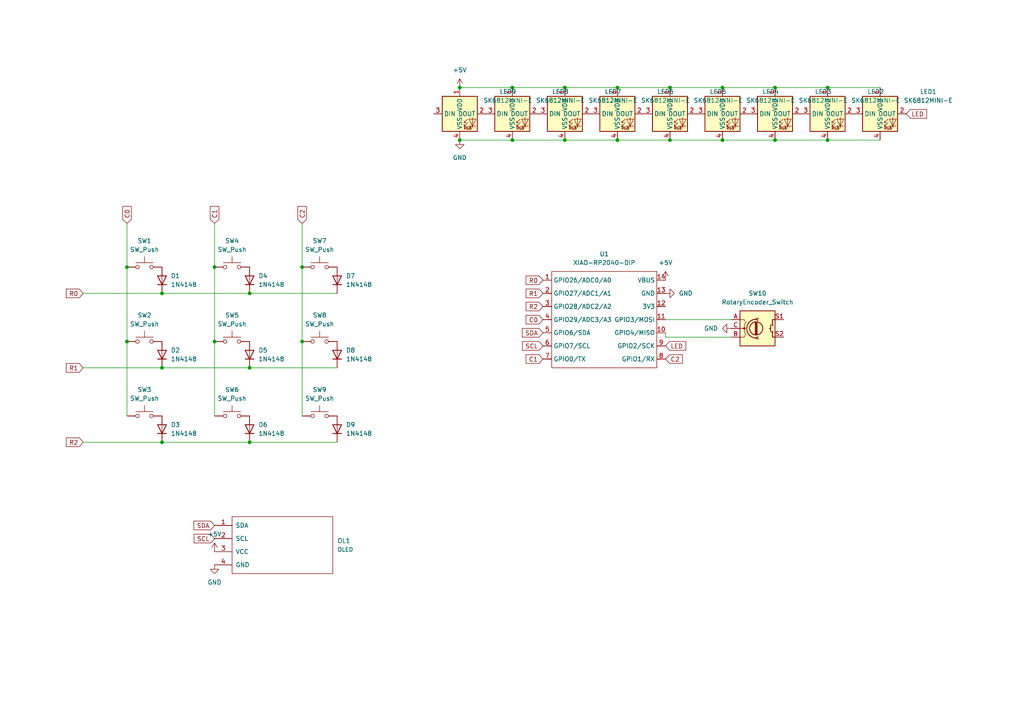
<source format=kicad_sch>
(kicad_sch (version 20250114) (generator "eeschema") (generator_version "9.0")
  (paper "A4")
  (lib_symbols
    (symbol "Device:RotaryEncoder_Switch" (pin_names (offset 0.254) (hide yes))
      (property "Reference" "SW" (at 0 6.604 0))
      (property "Value" "RotaryEncoder_Switch" (at 0 -6.604 0))
      (symbol "RotaryEncoder_Switch_0_1"
        (rectangle (start -5.08 5.08) (end 5.08 -5.08) (stroke (width 0.254)) (fill (type background)))
        (polyline (pts (xy -5.08 2.54) (xy -3.81 2.54) (xy -3.81 2.032)))
        (polyline (pts (xy -5.08 0) (xy -3.81 0) (xy -3.81 -1.016) (xy -3.302 -2.032)))
        (polyline (pts (xy -5.08 -2.54) (xy -3.81 -2.54) (xy -3.81 -2.032)))
        (polyline (pts (xy -4.318 0) (xy -3.81 0) (xy -3.81 1.016) (xy -3.302 2.032)))
        (circle (center -3.81 0) (radius 0.254) (fill (type outline)))
        (polyline (pts (xy -0.635 -1.778) (xy -0.635 1.778)) (stroke (width 0.254)))
        (circle (center -0.381 0) (radius 1.905) (stroke (width 0.254)))
        (polyline (pts (xy -0.381 -1.778) (xy -0.381 1.778)) (stroke (width 0.254)))
        (arc (start -0.381 -2.794) (mid -3.0988 -0.0635) (end -0.381 2.667) (stroke (width 0.254)))
        (polyline (pts (xy -0.127 1.778) (xy -0.127 -1.778)) (stroke (width 0.254)))
        (polyline (pts (xy 0.254 2.921) (xy -0.508 2.667) (xy 0.127 2.286)) (stroke (width 0.254)))
        (polyline (pts (xy 0.254 -3.048) (xy -0.508 -2.794) (xy 0.127 -2.413)) (stroke (width 0.254)))
        (polyline (pts (xy 3.81 1.016) (xy 3.81 -1.016)) (stroke (width 0.254)))
        (polyline (pts (xy 3.81 0) (xy 3.429 0)) (stroke (width 0.254)))
        (circle (center 4.318 1.016) (radius 0.127) (stroke (width 0.254)))
        (circle (center 4.318 -1.016) (radius 0.127) (stroke (width 0.254)))
        (polyline (pts (xy 5.08 2.54) (xy 4.318 2.54) (xy 4.318 1.016)) (stroke (width 0.254)))
        (polyline (pts (xy 5.08 -2.54) (xy 4.318 -2.54) (xy 4.318 -1.016)) (stroke (width 0.254)))
      )
      (symbol "RotaryEncoder_Switch_1_1"
        (pin passive line (at -7.62 2.54 0) (length 2.54) (name "A") (number "A"))
        (pin passive line (at -7.62 0 0) (length 2.54) (name "C") (number "C"))
        (pin passive line (at -7.62 -2.54 0) (length 2.54) (name "B") (number "B"))
        (pin passive line (at 7.62 2.54 180) (length 2.54) (name "S1") (number "S1"))
        (pin passive line (at 7.62 -2.54 180) (length 2.54) (name "S2") (number "S2"))
      )
    )
    (symbol "Diode:1N4148" (pin_numbers (hide yes)) (pin_names (hide yes))
      (property "Reference" "D" (at 0 2.54 0))
      (property "Value" "1N4148" (at 0 -2.54 0))
      (symbol "1N4148_0_1"
        (polyline (pts (xy -1.27 1.27) (xy -1.27 -1.27)) (stroke (width 0.254)))
        (polyline (pts (xy 1.27 1.27) (xy 1.27 -1.27) (xy -1.27 0) (xy 1.27 1.27)) (stroke (width 0.254)))
        (polyline (pts (xy 1.27 0) (xy -1.27 0)))
      )
      (symbol "1N4148_1_1"
        (pin passive line (at -3.81 0 0) (length 2.54) (name "K") (number "1"))
        (pin passive line (at 3.81 0 180) (length 2.54) (name "A") (number "2"))
      )
    )
    (symbol "OPL_Kicad:XIAO-RP2040-DIP"
      (property "Reference" "U" (at 0 0 0))
      (property "Value" "XIAO-RP2040-DIP" (at 5.334 -1.778 0))
      (symbol "XIAO-RP2040-DIP_1_0"
        (polyline (pts (xy -1.27 -2.54) (xy 29.21 -2.54)) (stroke (width 0.1524)))
        (polyline (pts (xy -1.27 -5.08) (xy -2.54 -5.08)) (stroke (width 0.1524)))
        (polyline (pts (xy -1.27 -5.08) (xy -1.27 -2.54)) (stroke (width 0.1524)))
        (polyline (pts (xy -1.27 -8.89) (xy -2.54 -8.89)) (stroke (width 0.1524)))
        (polyline (pts (xy -1.27 -8.89) (xy -1.27 -5.08)) (stroke (width 0.1524)))
        (polyline (pts (xy -1.27 -12.7) (xy -2.54 -12.7)) (stroke (width 0.1524)))
        (polyline (pts (xy -1.27 -12.7) (xy -1.27 -8.89)) (stroke (width 0.1524)))
        (polyline (pts (xy -1.27 -16.51) (xy -2.54 -16.51)) (stroke (width 0.1524)))
        (polyline (pts (xy -1.27 -16.51) (xy -1.27 -12.7)) (stroke (width 0.1524)))
        (polyline (pts (xy -1.27 -20.32) (xy -2.54 -20.32)) (stroke (width 0.1524)))
        (polyline (pts (xy -1.27 -24.13) (xy -2.54 -24.13)) (stroke (width 0.1524)))
        (polyline (pts (xy -1.27 -27.94) (xy -2.54 -27.94)) (stroke (width 0.1524)))
        (polyline (pts (xy -1.27 -30.48) (xy -1.27 -16.51)) (stroke (width 0.1524)))
        (polyline (pts (xy 29.21 -2.54) (xy 29.21 -5.08)) (stroke (width 0.1524)))
        (polyline (pts (xy 29.21 -5.08) (xy 29.21 -8.89)) (stroke (width 0.1524)))
        (polyline (pts (xy 29.21 -8.89) (xy 29.21 -12.7)) (stroke (width 0.1524)))
        (polyline (pts (xy 29.21 -12.7) (xy 29.21 -30.48)) (stroke (width 0.1524)))
        (polyline (pts (xy 29.21 -30.48) (xy -1.27 -30.48)) (stroke (width 0.1524)))
        (polyline (pts (xy 30.48 -5.08) (xy 29.21 -5.08)) (stroke (width 0.1524)))
        (polyline (pts (xy 30.48 -8.89) (xy 29.21 -8.89)) (stroke (width 0.1524)))
        (polyline (pts (xy 30.48 -12.7) (xy 29.21 -12.7)) (stroke (width 0.1524)))
        (polyline (pts (xy 30.48 -16.51) (xy 29.21 -16.51)) (stroke (width 0.1524)))
        (polyline (pts (xy 30.48 -20.32) (xy 29.21 -20.32)) (stroke (width 0.1524)))
        (polyline (pts (xy 30.48 -24.13) (xy 29.21 -24.13)) (stroke (width 0.1524)))
        (polyline (pts (xy 30.48 -27.94) (xy 29.21 -27.94)) (stroke (width 0.1524)))
        (pin passive line (at -3.81 -5.08 0) (length 2.54) (name "GPIO26/ADC0/A0") (number "1"))
        (pin passive line (at -3.81 -8.89 0) (length 2.54) (name "GPIO27/ADC1/A1") (number "2"))
        (pin passive line (at -3.81 -12.7 0) (length 2.54) (name "GPIO28/ADC2/A2") (number "3"))
        (pin passive line (at -3.81 -16.51 0) (length 2.54) (name "GPIO29/ADC3/A3") (number "4"))
        (pin passive line (at -3.81 -20.32 0) (length 2.54) (name "GPIO6/SDA") (number "5"))
        (pin passive line (at -3.81 -24.13 0) (length 2.54) (name "GPIO7/SCL") (number "6"))
        (pin passive line (at -3.81 -27.94 0) (length 2.54) (name "GPIO0/TX") (number "7"))
        (pin passive line (at 31.75 -5.08 180) (length 2.54) (name "VBUS") (number "14"))
        (pin passive line (at 31.75 -8.89 180) (length 2.54) (name "GND") (number "13"))
        (pin passive line (at 31.75 -12.7 180) (length 2.54) (name "3V3") (number "12"))
        (pin passive line (at 31.75 -16.51 180) (length 2.54) (name "GPIO3/MOSI") (number "11"))
        (pin passive line (at 31.75 -20.32 180) (length 2.54) (name "GPIO4/MISO") (number "10"))
        (pin passive line (at 31.75 -24.13 180) (length 2.54) (name "GPIO2/SCK") (number "9"))
        (pin passive line (at 31.75 -27.94 180) (length 2.54) (name "GPIO1/RX") (number "8"))
      )
    )
    (symbol "PCM_marbastlib-various:SK6812MINI-E"
      (property "Reference" "LED" (at 2.54 6.35 0))
      (property "Value" "SK6812MINI-E" (at 7.62 -6.35 0))
      (symbol "SK6812MINI-E_0_0"
        (text "RGB" (at 2.286 -4.191 0) (effects (font (size 0.762 0.762))))
      )
      (symbol "SK6812MINI-E_0_1"
        (polyline (pts (xy 1.27 -2.54) (xy 1.778 -2.54)))
        (polyline (pts (xy 1.27 -3.556) (xy 1.778 -3.556)))
        (polyline (pts (xy 2.286 -1.524) (xy 1.27 -2.54) (xy 1.27 -2.032)))
        (polyline (pts (xy 2.286 -2.54) (xy 1.27 -3.556) (xy 1.27 -3.048)))
        (polyline (pts (xy 3.683 -1.016) (xy 3.683 -3.556) (xy 3.683 -4.064)))
        (polyline (pts (xy 4.699 -1.524) (xy 2.667 -1.524) (xy 3.683 -3.556) (xy 4.699 -1.524)))
        (polyline (pts (xy 4.699 -3.556) (xy 2.667 -3.556)))
        (rectangle (start 5.08 5.08) (end -5.08 -5.08) (stroke (width 0.254)) (fill (type background)))
      )
      (symbol "SK6812MINI-E_1_1"
        (pin input line (at -7.62 0 0) (length 2.54) (name "DIN") (number "3"))
        (pin power_in line (at 0 7.62 270) (length 2.54) (name "VDD") (number "1"))
        (pin power_in line (at 0 -7.62 90) (length 2.54) (name "VSS") (number "4"))
        (pin output line (at 7.62 0 180) (length 2.54) (name "DOUT") (number "2"))
      )
    )
    (symbol "Switch:SW_Push" (pin_numbers (hide yes)) (pin_names (offset 1.016) (hide yes))
      (property "Reference" "SW" (at 1.27 2.54 0))
      (property "Value" "SW_Push" (at 0 -1.524 0))
      (symbol "SW_Push_0_1"
        (circle (center -2.032 0) (radius 0.508))
        (polyline (pts (xy 0 1.27) (xy 0 3.048)))
        (circle (center 2.032 0) (radius 0.508))
        (polyline (pts (xy 2.54 1.27) (xy -2.54 1.27)))
        (pin passive line (at -5.08 0 0) (length 2.54) (name "1") (number "1"))
        (pin passive line (at 5.08 0 180) (length 2.54) (name "2") (number "2"))
      )
    )
    (symbol "power:+5V" (power) (pin_numbers (hide yes)) (pin_names (offset 0) (hide yes))
      (property "Value" "+5V" (at 0 3.556 0))
      (symbol "+5V_0_1"
        (polyline (pts (xy -0.762 1.27) (xy 0 2.54)))
        (polyline (pts (xy 0 2.54) (xy 0.762 1.27)))
        (polyline (pts (xy 0 0) (xy 0 2.54)))
      )
      (symbol "+5V_1_1"
        (pin power_in line (at 0 0 90) (length 0) (name "~") (number "1"))
      )
    )
    (symbol "power:GND" (power) (pin_numbers (hide yes)) (pin_names (offset 0) (hide yes))
      (property "Value" "GND" (at 0 -3.81 0))
      (symbol "GND_0_1"
        (polyline (pts (xy 0 0) (xy 0 -1.27) (xy 1.27 -1.27) (xy 0 -2.54) (xy -1.27 -1.27) (xy 0 -1.27)))
      )
      (symbol "GND_1_1"
        (pin power_in line (at 0 0 270) (length 0) (name "~") (number "1"))
      )
    )
    (symbol "qa:OLED" (pin_names (offset 1.016))
      (property "Reference" "OL" (at 0 2.54 0))
      (property "Value" "OLED" (at 0 -1.27 0))
      (symbol "OLED_0_1"
        (rectangle (start -13.97 8.89) (end 15.24 -7.62))
      )
      (symbol "OLED_1_1"
        (pin bidirectional line (at -19.05 6.35 0) (length 5.08) (name "SDA") (number "1"))
        (pin bidirectional line (at -19.05 2.54 0) (length 5.08) (name "SCL") (number "2"))
        (pin power_in line (at -19.05 -1.27 0) (length 5.08) (name "VCC") (number "3"))
        (pin power_in line (at -19.05 -5.08 0) (length 5.08) (name "GND") (number "4"))
      )
    )
  )
  (junction (at 72.39 106.68))
  (junction (at 163.83 40.64))
  (junction (at 87.63 99.06))
  (junction (at 194.31 40.64))
  (junction (at 46.99 106.68))
  (junction (at 240.03 40.64))
  (junction (at 46.99 85.09))
  (junction (at 194.31 25.4))
  (junction (at 72.39 128.27))
  (junction (at 87.63 77.47))
  (junction (at 62.23 99.06))
  (junction (at 209.55 25.4))
  (junction (at 179.07 25.4))
  (junction (at 148.59 25.4))
  (junction (at 36.83 99.06))
  (junction (at 133.35 25.4))
  (junction (at 46.99 128.27))
  (junction (at 133.35 40.64))
  (junction (at 62.23 77.47))
  (junction (at 36.83 77.47))
  (junction (at 163.83 25.4))
  (junction (at 240.03 25.4))
  (junction (at 179.07 40.64))
  (junction (at 209.55 40.64))
  (junction (at 224.79 40.64))
  (junction (at 224.79 25.4))
  (junction (at 148.59 40.64))
  (junction (at 72.39 85.09))
  (wire (pts (xy 193.04 97.79) (xy 193.04 96.52)))
  (wire (pts (xy 36.83 77.47) (xy 36.83 99.06)))
  (wire (pts (xy 193.04 92.71) (xy 212.09 92.71)))
  (wire (pts (xy 133.35 40.64) (xy 148.59 40.64)))
  (wire (pts (xy 163.83 40.64) (xy 179.07 40.64)))
  (wire (pts (xy 87.63 64.77) (xy 87.63 77.47)))
  (wire (pts (xy 24.13 106.68) (xy 46.99 106.68)))
  (wire (pts (xy 148.59 25.4) (xy 163.83 25.4)))
  (wire (pts (xy 148.59 40.64) (xy 163.83 40.64)))
  (wire (pts (xy 194.31 40.64) (xy 209.55 40.64)))
  (wire (pts (xy 72.39 128.27) (xy 97.79 128.27)))
  (wire (pts (xy 46.99 128.27) (xy 72.39 128.27)))
  (wire (pts (xy 240.03 40.64) (xy 255.27 40.64)))
  (wire (pts (xy 179.07 25.4) (xy 194.31 25.4)))
  (wire (pts (xy 209.55 40.64) (xy 224.79 40.64)))
  (wire (pts (xy 87.63 77.47) (xy 87.63 99.06)))
  (wire (pts (xy 194.31 25.4) (xy 209.55 25.4)))
  (wire (pts (xy 224.79 40.64) (xy 240.03 40.64)))
  (wire (pts (xy 163.83 25.4) (xy 179.07 25.4)))
  (wire (pts (xy 193.04 97.79) (xy 212.09 97.79)))
  (wire (pts (xy 62.23 99.06) (xy 62.23 120.65)))
  (wire (pts (xy 72.39 85.09) (xy 97.79 85.09)))
  (wire (pts (xy 87.63 99.06) (xy 87.63 120.65)))
  (wire (pts (xy 62.23 77.47) (xy 62.23 99.06)))
  (wire (pts (xy 24.13 128.27) (xy 46.99 128.27)))
  (wire (pts (xy 179.07 40.64) (xy 194.31 40.64)))
  (wire (pts (xy 62.23 64.77) (xy 62.23 77.47)))
  (wire (pts (xy 133.35 25.4) (xy 148.59 25.4)))
  (wire (pts (xy 240.03 25.4) (xy 255.27 25.4)))
  (wire (pts (xy 209.55 25.4) (xy 224.79 25.4)))
  (wire (pts (xy 36.83 64.77) (xy 36.83 77.47)))
  (wire (pts (xy 46.99 85.09) (xy 72.39 85.09)))
  (wire (pts (xy 224.79 25.4) (xy 240.03 25.4)))
  (wire (pts (xy 46.99 106.68) (xy 72.39 106.68)))
  (wire (pts (xy 24.13 85.09) (xy 46.99 85.09)))
  (wire (pts (xy 72.39 106.68) (xy 97.79 106.68)))
  (wire (pts (xy 36.83 99.06) (xy 36.83 120.65)))
  (global_label "C2" (shape input) (at 193.04 104.14 0) (property "Intersheetrefs" "${INTERSHEET_REFS}" (effects (hide yes))))
  (global_label "C1" (shape input) (at 157.48 104.14 180) (property "Intersheetrefs" "${INTERSHEET_REFS}" (effects (hide yes))))
  (global_label "C0" (shape input) (at 157.48 92.71 180) (property "Intersheetrefs" "${INTERSHEET_REFS}" (effects (hide yes))))
  (global_label "R2" (shape input) (at 157.48 88.9 180) (property "Intersheetrefs" "${INTERSHEET_REFS}" (effects (hide yes))))
  (global_label "R0" (shape input) (at 157.48 81.28 180) (property "Intersheetrefs" "${INTERSHEET_REFS}" (effects (hide yes))))
  (global_label "SCL" (shape input) (at 62.23 156.21 180) (property "Intersheetrefs" "${INTERSHEET_REFS}" (effects (hide yes))))
  (global_label "LED" (shape input) (at 193.04 100.33 0) (property "Intersheetrefs" "${INTERSHEET_REFS}" (effects (hide yes))))
  (global_label "LED" (shape input) (at 262.89 33.02 0) (property "Intersheetrefs" "${INTERSHEET_REFS}" (effects (hide yes))))
  (global_label "R2" (shape input) (at 24.13 128.27 180) (property "Intersheetrefs" "${INTERSHEET_REFS}" (effects (hide yes))))
  (global_label "C1" (shape input) (at 62.23 64.77 90) (property "Intersheetrefs" "${INTERSHEET_REFS}" (effects (hide yes))))
  (global_label "SDA" (shape input) (at 62.23 152.4 180) (property "Intersheetrefs" "${INTERSHEET_REFS}" (effects (hide yes))))
  (global_label "C0" (shape input) (at 36.83 64.77 90) (property "Intersheetrefs" "${INTERSHEET_REFS}" (effects (hide yes))))
  (global_label "R1" (shape input) (at 24.13 106.68 180) (property "Intersheetrefs" "${INTERSHEET_REFS}" (effects (hide yes))))
  (global_label "R1" (shape input) (at 157.48 85.09 180) (property "Intersheetrefs" "${INTERSHEET_REFS}" (effects (hide yes))))
  (global_label "C2" (shape input) (at 87.63 64.77 90) (property "Intersheetrefs" "${INTERSHEET_REFS}" (effects (hide yes))))
  (global_label "SCL" (shape input) (at 157.48 100.33 180) (property "Intersheetrefs" "${INTERSHEET_REFS}" (effects (hide yes))))
  (global_label "R0" (shape input) (at 24.13 85.09 180) (property "Intersheetrefs" "${INTERSHEET_REFS}" (effects (hide yes))))
  (global_label "SDA" (shape input) (at 157.48 96.52 180) (property "Intersheetrefs" "${INTERSHEET_REFS}" (effects (hide yes))))
  (symbol (lib_id "OPL_Kicad:XIAO-RP2040-DIP") (at 161.29 76.2 0) (unit 1)
    (property "Reference" "U1" (at 175.26 73.66 0))
    (property "Value" "XIAO-RP2040-DIP" (at 175.26 76.2 0))
    (property "Footprint" "OPL_Kicad:XIAO-RP2040-DIP" (effects (hide yes)))
  )
  (symbol (lib_id "Diode:1N4148") (at 97.79 81.28 90) (unit 1)
    (property "Reference" "D7" (at 100.33 80.0099 90) (effects (justify right)))
    (property "Value" "1N4148" (at 100.33 82.5499 90) (effects (justify right)))
    (property "Footprint" "Diode_THT:D_DO-35_SOD27_P7.62mm_Horizontal" (effects (hide yes)))
    (property "Datasheet" "https://assets.nexperia.com/documents/data-sheet/1N4148_1N4448.pdf" (effects (hide yes)))
    (property "Description" "100V 0.15A standard switching diode, DO-35" (effects (hide yes)))
    (property "Sim.Device" "D" (effects (hide yes)))
    (property "Sim.Pins" "1=K 2=A" (effects (hide yes)))
  )
  (symbol (lib_id "Switch:SW_Push") (at 41.91 120.65 0) (unit 1)
    (property "Reference" "SW3" (at 41.91 113.03 0))
    (property "Value" "SW_Push" (at 41.91 115.57 0))
    (property "Footprint" "Button_Switch_Keyboard:SW_Cherry_MX_1.00u_PCB" (effects (hide yes)))
    (property "Description" "Push button switch, generic, two pins" (effects (hide yes)))
  )
  (symbol (lib_id "Diode:1N4148") (at 72.39 81.28 90) (unit 1)
    (property "Reference" "D4" (at 74.93 80.0099 90) (effects (justify right)))
    (property "Value" "1N4148" (at 74.93 82.5499 90) (effects (justify right)))
    (property "Footprint" "Diode_THT:D_DO-35_SOD27_P7.62mm_Horizontal" (effects (hide yes)))
    (property "Datasheet" "https://assets.nexperia.com/documents/data-sheet/1N4148_1N4448.pdf" (effects (hide yes)))
    (property "Description" "100V 0.15A standard switching diode, DO-35" (effects (hide yes)))
    (property "Sim.Device" "D" (effects (hide yes)))
    (property "Sim.Pins" "1=K 2=A" (effects (hide yes)))
  )
  (symbol (lib_id "Switch:SW_Push") (at 92.71 120.65 0) (unit 1)
    (property "Reference" "SW9" (at 92.71 113.03 0))
    (property "Value" "SW_Push" (at 92.71 115.57 0))
    (property "Footprint" "Button_Switch_Keyboard:SW_Cherry_MX_1.00u_PCB" (effects (hide yes)))
    (property "Description" "Push button switch, generic, two pins" (effects (hide yes)))
  )
  (symbol (lib_id "Switch:SW_Push") (at 41.91 99.06 0) (unit 1)
    (property "Reference" "SW2" (at 41.91 91.44 0))
    (property "Value" "SW_Push" (at 41.91 93.98 0))
    (property "Footprint" "Button_Switch_Keyboard:SW_Cherry_MX_1.00u_PCB" (effects (hide yes)))
    (property "Description" "Push button switch, generic, two pins" (effects (hide yes)))
  )
  (symbol (lib_id "Switch:SW_Push") (at 92.71 77.47 0) (unit 1)
    (property "Reference" "SW7" (at 92.71 69.85 0))
    (property "Value" "SW_Push" (at 92.71 72.39 0))
    (property "Footprint" "Button_Switch_Keyboard:SW_Cherry_MX_1.00u_PCB" (effects (hide yes)))
    (property "Description" "Push button switch, generic, two pins" (effects (hide yes)))
  )
  (symbol (lib_id "Diode:1N4148") (at 97.79 102.87 90) (unit 1)
    (property "Reference" "D8" (at 100.33 101.5999 90) (effects (justify right)))
    (property "Value" "1N4148" (at 100.33 104.1399 90) (effects (justify right)))
    (property "Footprint" "Diode_THT:D_DO-35_SOD27_P7.62mm_Horizontal" (effects (hide yes)))
    (property "Datasheet" "https://assets.nexperia.com/documents/data-sheet/1N4148_1N4448.pdf" (effects (hide yes)))
    (property "Description" "100V 0.15A standard switching diode, DO-35" (effects (hide yes)))
    (property "Sim.Device" "D" (effects (hide yes)))
    (property "Sim.Pins" "1=K 2=A" (effects (hide yes)))
  )
  (symbol (lib_id "PCM_marbastlib-various:SK6812MINI-E") (at 179.07 33.02 0) (unit 1)
    (property "Reference" "LED6" (at 193.04 26.5998 0))
    (property "Value" "SK6812MINI-E" (at 193.04 29.1398 0))
    (property "Footprint" "PCM_marbastlib-various:LED_6028R" (effects (hide yes)))
    (property "Description" "Reverse mount adressable LED (WS2812 protocol)" (effects (hide yes)))
  )
  (symbol (lib_id "Diode:1N4148") (at 46.99 81.28 90) (unit 1)
    (property "Reference" "D1" (at 49.53 80.0099 90) (effects (justify right)))
    (property "Value" "1N4148" (at 49.53 82.5499 90) (effects (justify right)))
    (property "Footprint" "Diode_THT:D_DO-35_SOD27_P7.62mm_Horizontal" (effects (hide yes)))
    (property "Datasheet" "https://assets.nexperia.com/documents/data-sheet/1N4148_1N4448.pdf" (effects (hide yes)))
    (property "Description" "100V 0.15A standard switching diode, DO-35" (effects (hide yes)))
    (property "Sim.Device" "D" (effects (hide yes)))
    (property "Sim.Pins" "1=K 2=A" (effects (hide yes)))
  )
  (symbol (lib_id "Switch:SW_Push") (at 92.71 99.06 0) (unit 1)
    (property "Reference" "SW8" (at 92.71 91.44 0))
    (property "Value" "SW_Push" (at 92.71 93.98 0))
    (property "Footprint" "Button_Switch_Keyboard:SW_Cherry_MX_1.00u_PCB" (effects (hide yes)))
    (property "Description" "Push button switch, generic, two pins" (effects (hide yes)))
  )
  (symbol (lib_id "power:GND") (at 212.09 95.25 270) (unit 1)
    (property "Reference" "#PWR0101" (effects (hide yes)))
    (property "Value" "GND" (at 208.28 95.2499 90) (effects (justify right)))
    (property "Description" "Power symbol creates a global label with name \"GND\" , ground" (effects (hide yes)))
  )
  (symbol (lib_id "PCM_marbastlib-various:SK6812MINI-E") (at 240.03 33.02 0) (unit 1)
    (property "Reference" "LED2" (at 254 26.5998 0))
    (property "Value" "SK6812MINI-E" (at 254 29.1398 0))
    (property "Footprint" "PCM_marbastlib-various:LED_6028R" (effects (hide yes)))
    (property "Description" "Reverse mount adressable LED (WS2812 protocol)" (effects (hide yes)))
  )
  (symbol (lib_id "Diode:1N4148") (at 97.79 124.46 90) (unit 1)
    (property "Reference" "D9" (at 100.33 123.1899 90) (effects (justify right)))
    (property "Value" "1N4148" (at 100.33 125.7299 90) (effects (justify right)))
    (property "Footprint" "Diode_THT:D_DO-35_SOD27_P7.62mm_Horizontal" (effects (hide yes)))
    (property "Datasheet" "https://assets.nexperia.com/documents/data-sheet/1N4148_1N4448.pdf" (effects (hide yes)))
    (property "Description" "100V 0.15A standard switching diode, DO-35" (effects (hide yes)))
    (property "Sim.Device" "D" (effects (hide yes)))
    (property "Sim.Pins" "1=K 2=A" (effects (hide yes)))
  )
  (symbol (lib_id "power:+5V") (at 62.23 160.02 0) (unit 1)
    (property "Reference" "#PWR0104" (effects (hide yes)))
    (property "Value" "+5V" (at 62.23 154.94 0))
    (property "Description" "Power symbol creates a global label with name \"+5V\"" (effects (hide yes)))
  )
  (symbol (lib_id "qa:OLED") (at 81.28 158.75 0) (unit 1)
    (property "Reference" "OL1" (at 97.79 156.845 0) (effects (font (size 1.2954 1.2954)) (justify left)))
    (property "Value" "OLED" (at 97.79 159.385 0) (effects (font (size 1.1938 1.1938)) (justify left)))
    (property "Footprint" "Display:Adafruit_SSD1306" (effects (hide yes)))
  )
  (symbol (lib_id "PCM_marbastlib-various:SK6812MINI-E") (at 255.27 33.02 0) (unit 1)
    (property "Reference" "LED1" (at 269.24 26.5998 0))
    (property "Value" "SK6812MINI-E" (at 269.24 29.1398 0))
    (property "Footprint" "PCM_marbastlib-various:LED_6028R" (effects (hide yes)))
    (property "Description" "Reverse mount adressable LED (WS2812 protocol)" (effects (hide yes)))
  )
  (symbol (lib_id "PCM_marbastlib-various:SK6812MINI-E") (at 194.31 33.02 0) (unit 1)
    (property "Reference" "LED5" (at 208.28 26.5998 0))
    (property "Value" "SK6812MINI-E" (at 208.28 29.1398 0))
    (property "Footprint" "PCM_marbastlib-various:LED_6028R" (effects (hide yes)))
    (property "Description" "Reverse mount adressable LED (WS2812 protocol)" (effects (hide yes)))
  )
  (symbol (lib_id "Switch:SW_Push") (at 67.31 99.06 0) (unit 1)
    (property "Reference" "SW5" (at 67.31 91.44 0))
    (property "Value" "SW_Push" (at 67.31 93.98 0))
    (property "Footprint" "Button_Switch_Keyboard:SW_Cherry_MX_1.00u_PCB" (effects (hide yes)))
    (property "Description" "Push button switch, generic, two pins" (effects (hide yes)))
  )
  (symbol (lib_id "Device:RotaryEncoder_Switch") (at 219.71 95.25 0) (unit 1)
    (property "Reference" "SW10" (at 219.71 85.09 0))
    (property "Value" "RotaryEncoder_Switch" (at 219.71 87.63 0))
    (property "Footprint" "Rotary_Encoder:RotaryEncoder_Alps_EC11E-Switch_Vertical_H20mm" (effects (hide yes)))
    (property "Description" "Rotary encoder, dual channel, incremental quadrate outputs, with switch" (effects (hide yes)))
  )
  (symbol (lib_id "Switch:SW_Push") (at 41.91 77.47 0) (unit 1)
    (property "Reference" "SW1" (at 41.91 69.85 0))
    (property "Value" "SW_Push" (at 41.91 72.39 0))
    (property "Footprint" "Button_Switch_Keyboard:SW_Cherry_MX_1.00u_PCB" (effects (hide yes)))
    (property "Description" "Push button switch, generic, two pins" (effects (hide yes)))
  )
  (symbol (lib_id "Diode:1N4148") (at 72.39 102.87 90) (unit 1)
    (property "Reference" "D5" (at 74.93 101.5999 90) (effects (justify right)))
    (property "Value" "1N4148" (at 74.93 104.1399 90) (effects (justify right)))
    (property "Footprint" "Diode_THT:D_DO-35_SOD27_P7.62mm_Horizontal" (effects (hide yes)))
    (property "Datasheet" "https://assets.nexperia.com/documents/data-sheet/1N4148_1N4448.pdf" (effects (hide yes)))
    (property "Description" "100V 0.15A standard switching diode, DO-35" (effects (hide yes)))
    (property "Sim.Device" "D" (effects (hide yes)))
    (property "Sim.Pins" "1=K 2=A" (effects (hide yes)))
  )
  (symbol (lib_id "power:+5V") (at 133.35 25.4 0) (unit 1)
    (property "Reference" "#PWR05" (effects (hide yes)))
    (property "Value" "+5V" (at 133.35 20.32 0))
    (property "Description" "Power symbol creates a global label with name \"+5V\"" (effects (hide yes)))
  )
  (symbol (lib_id "power:GND") (at 62.23 163.83 0) (unit 1)
    (property "Reference" "#PWR0103" (effects (hide yes)))
    (property "Value" "GND" (at 62.23 168.91 0))
    (property "Description" "Power symbol creates a global label with name \"GND\" , ground" (effects (hide yes)))
  )
  (symbol (lib_id "Diode:1N4148") (at 72.39 124.46 90) (unit 1)
    (property "Reference" "D6" (at 74.93 123.1899 90) (effects (justify right)))
    (property "Value" "1N4148" (at 74.93 125.7299 90) (effects (justify right)))
    (property "Footprint" "Diode_THT:D_DO-35_SOD27_P7.62mm_Horizontal" (effects (hide yes)))
    (property "Datasheet" "https://assets.nexperia.com/documents/data-sheet/1N4148_1N4448.pdf" (effects (hide yes)))
    (property "Description" "100V 0.15A standard switching diode, DO-35" (effects (hide yes)))
    (property "Sim.Device" "D" (effects (hide yes)))
    (property "Sim.Pins" "1=K 2=A" (effects (hide yes)))
  )
  (symbol (lib_id "power:GND") (at 133.35 40.64 0) (unit 1)
    (property "Reference" "#PWR03" (effects (hide yes)))
    (property "Value" "GND" (at 133.35 45.72 0))
    (property "Description" "Power symbol creates a global label with name \"GND\" , ground" (effects (hide yes)))
  )
  (symbol (lib_id "PCM_marbastlib-various:SK6812MINI-E") (at 133.35 33.02 0) (unit 1)
    (property "Reference" "LED9" (at 147.32 26.5998 0))
    (property "Value" "SK6812MINI-E" (at 147.32 29.1398 0))
    (property "Footprint" "PCM_marbastlib-various:LED_6028R" (effects (hide yes)))
    (property "Description" "Reverse mount adressable LED (WS2812 protocol)" (effects (hide yes)))
  )
  (symbol (lib_id "power:+5V") (at 193.04 81.28 0) (unit 1)
    (property "Reference" "#PWR0105" (effects (hide yes)))
    (property "Value" "+5V" (at 193.04 76.2 0))
    (property "Description" "Power symbol creates a global label with name \"+5V\"" (effects (hide yes)))
  )
  (symbol (lib_id "Switch:SW_Push") (at 67.31 120.65 0) (unit 1)
    (property "Reference" "SW6" (at 67.31 113.03 0))
    (property "Value" "SW_Push" (at 67.31 115.57 0))
    (property "Footprint" "Button_Switch_Keyboard:SW_Cherry_MX_1.00u_PCB" (effects (hide yes)))
    (property "Description" "Push button switch, generic, two pins" (effects (hide yes)))
  )
  (symbol (lib_id "PCM_marbastlib-various:SK6812MINI-E") (at 163.83 33.02 0) (unit 1)
    (property "Reference" "LED7" (at 177.8 26.5998 0))
    (property "Value" "SK6812MINI-E" (at 177.8 29.1398 0))
    (property "Footprint" "PCM_marbastlib-various:LED_6028R" (effects (hide yes)))
    (property "Description" "Reverse mount adressable LED (WS2812 protocol)" (effects (hide yes)))
  )
  (symbol (lib_id "Diode:1N4148") (at 46.99 102.87 90) (unit 1)
    (property "Reference" "D2" (at 49.53 101.5999 90) (effects (justify right)))
    (property "Value" "1N4148" (at 49.53 104.1399 90) (effects (justify right)))
    (property "Footprint" "Diode_THT:D_DO-35_SOD27_P7.62mm_Horizontal" (effects (hide yes)))
    (property "Datasheet" "https://assets.nexperia.com/documents/data-sheet/1N4148_1N4448.pdf" (effects (hide yes)))
    (property "Description" "100V 0.15A standard switching diode, DO-35" (effects (hide yes)))
    (property "Sim.Device" "D" (effects (hide yes)))
    (property "Sim.Pins" "1=K 2=A" (effects (hide yes)))
  )
  (symbol (lib_id "PCM_marbastlib-various:SK6812MINI-E") (at 148.59 33.02 0) (unit 1)
    (property "Reference" "LED8" (at 162.56 26.5998 0))
    (property "Value" "SK6812MINI-E" (at 162.56 29.1398 0))
    (property "Footprint" "PCM_marbastlib-various:LED_6028R" (effects (hide yes)))
    (property "Description" "Reverse mount adressable LED (WS2812 protocol)" (effects (hide yes)))
  )
  (symbol (lib_id "Switch:SW_Push") (at 67.31 77.47 0) (unit 1)
    (property "Reference" "SW4" (at 67.31 69.85 0))
    (property "Value" "SW_Push" (at 67.31 72.39 0))
    (property "Footprint" "Button_Switch_Keyboard:SW_Cherry_MX_1.00u_PCB" (effects (hide yes)))
    (property "Description" "Push button switch, generic, two pins" (effects (hide yes)))
  )
  (symbol (lib_id "PCM_marbastlib-various:SK6812MINI-E") (at 224.79 33.02 0) (unit 1)
    (property "Reference" "LED3" (at 238.76 26.5998 0))
    (property "Value" "SK6812MINI-E" (at 238.76 29.1398 0))
    (property "Footprint" "PCM_marbastlib-various:LED_6028R" (effects (hide yes)))
    (property "Description" "Reverse mount adressable LED (WS2812 protocol)" (effects (hide yes)))
  )
  (symbol (lib_id "PCM_marbastlib-various:SK6812MINI-E") (at 209.55 33.02 0) (unit 1)
    (property "Reference" "LED4" (at 223.52 26.5998 0))
    (property "Value" "SK6812MINI-E" (at 223.52 29.1398 0))
    (property "Footprint" "PCM_marbastlib-various:LED_6028R" (effects (hide yes)))
    (property "Description" "Reverse mount adressable LED (WS2812 protocol)" (effects (hide yes)))
  )
  (symbol (lib_id "Diode:1N4148") (at 46.99 124.46 90) (unit 1)
    (property "Reference" "D3" (at 49.53 123.1899 90) (effects (justify right)))
    (property "Value" "1N4148" (at 49.53 125.7299 90) (effects (justify right)))
    (property "Footprint" "Diode_THT:D_DO-35_SOD27_P7.62mm_Horizontal" (effects (hide yes)))
    (property "Datasheet" "https://assets.nexperia.com/documents/data-sheet/1N4148_1N4448.pdf" (effects (hide yes)))
    (property "Description" "100V 0.15A standard switching diode, DO-35" (effects (hide yes)))
    (property "Sim.Device" "D" (effects (hide yes)))
    (property "Sim.Pins" "1=K 2=A" (effects (hide yes)))
  )
  (symbol (lib_id "power:GND") (at 193.04 85.09 90) (unit 1)
    (property "Reference" "#PWR0102" (effects (hide yes)))
    (property "Value" "GND" (at 196.85 85.0899 90) (effects (justify right)))
    (property "Description" "Power symbol creates a global label with name \"GND\" , ground" (effects (hide yes)))
  )
)
</source>
